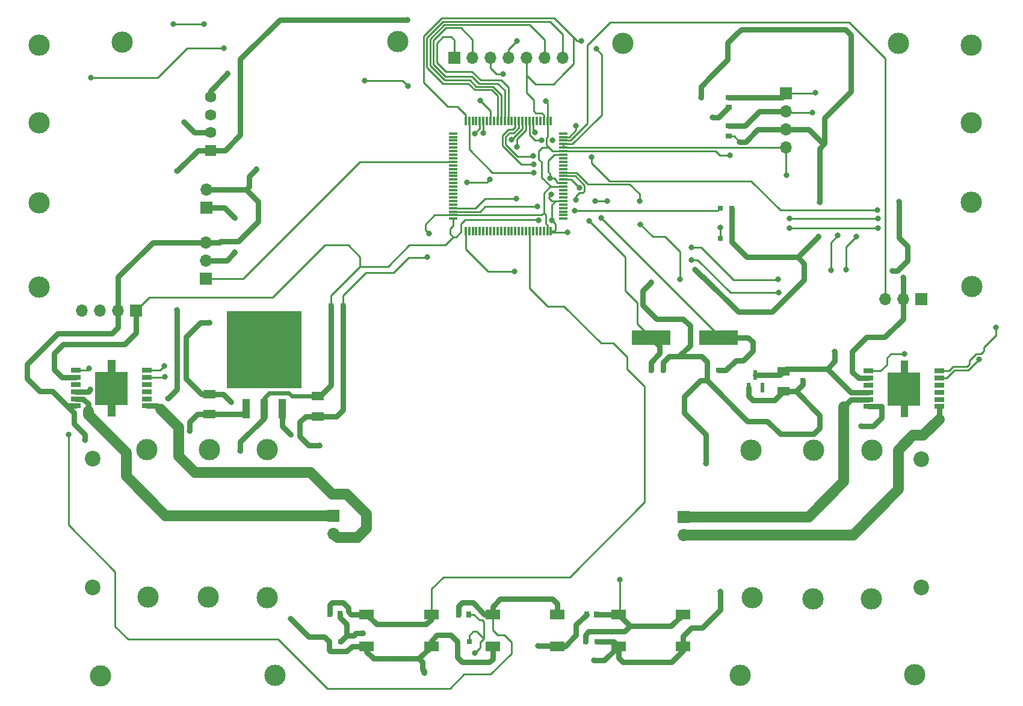
<source format=gbr>
%TF.GenerationSoftware,KiCad,Pcbnew,(5.1.6)-1*%
%TF.CreationDate,2020-09-14T15:10:24-05:00*%
%TF.ProjectId,Follower_Line_PCB_IM,466f6c6c-6f77-4657-925f-4c696e655f50,Iron Makers*%
%TF.SameCoordinates,Original*%
%TF.FileFunction,Copper,L1,Top*%
%TF.FilePolarity,Positive*%
%FSLAX46Y46*%
G04 Gerber Fmt 4.6, Leading zero omitted, Abs format (unit mm)*
G04 Created by KiCad (PCBNEW (5.1.6)-1) date 2020-09-14 15:10:24*
%MOMM*%
%LPD*%
G01*
G04 APERTURE LIST*
%TA.AperFunction,EtchedComponent*%
%ADD10C,0.010000*%
%TD*%
%TA.AperFunction,SMDPad,CuDef*%
%ADD11R,2.108200X1.397000*%
%TD*%
%TA.AperFunction,SMDPad,CuDef*%
%ADD12R,1.350000X0.650000*%
%TD*%
%TA.AperFunction,SMDPad,CuDef*%
%ADD13R,1.200000X0.299999*%
%TD*%
%TA.AperFunction,SMDPad,CuDef*%
%ADD14R,0.299999X1.200000*%
%TD*%
%TA.AperFunction,ComponentPad*%
%ADD15C,2.200000*%
%TD*%
%TA.AperFunction,ComponentPad*%
%ADD16R,1.700000X1.700000*%
%TD*%
%TA.AperFunction,ComponentPad*%
%ADD17O,1.700000X1.700000*%
%TD*%
%TA.AperFunction,SMDPad,CuDef*%
%ADD18R,0.655600X0.800000*%
%TD*%
%TA.AperFunction,SMDPad,CuDef*%
%ADD19R,1.752600X1.219200*%
%TD*%
%TA.AperFunction,SMDPad,CuDef*%
%ADD20R,0.800000X0.655600*%
%TD*%
%TA.AperFunction,ComponentPad*%
%ADD21C,1.590000*%
%TD*%
%TA.AperFunction,ComponentPad*%
%ADD22R,1.590000X1.590000*%
%TD*%
%TA.AperFunction,SMDPad,CuDef*%
%ADD23R,0.711200X0.889000*%
%TD*%
%TA.AperFunction,SMDPad,CuDef*%
%ADD24R,0.889000X0.711200*%
%TD*%
%TA.AperFunction,SMDPad,CuDef*%
%ADD25R,10.464800X10.871200*%
%TD*%
%TA.AperFunction,SMDPad,CuDef*%
%ADD26R,1.016000X2.692400*%
%TD*%
%TA.AperFunction,SMDPad,CuDef*%
%ADD27R,5.500000X2.000000*%
%TD*%
%TA.AperFunction,SMDPad,CuDef*%
%ADD28R,0.558800X1.320800*%
%TD*%
%TA.AperFunction,ViaPad*%
%ADD29C,3.000000*%
%TD*%
%TA.AperFunction,ViaPad*%
%ADD30C,0.800000*%
%TD*%
%TA.AperFunction,Conductor*%
%ADD31C,0.800000*%
%TD*%
%TA.AperFunction,Conductor*%
%ADD32C,0.250000*%
%TD*%
%TA.AperFunction,Conductor*%
%ADD33C,0.600000*%
%TD*%
%TA.AperFunction,Conductor*%
%ADD34C,1.500000*%
%TD*%
G04 APERTURE END LIST*
D10*
%TO.C,DMB1*%
G36*
X190883900Y-101236700D02*
G01*
X195390600Y-101235850D01*
X195409000Y-105784150D01*
X190902300Y-105785000D01*
X190883900Y-101236700D01*
G37*
X190883900Y-101236700D02*
X195390600Y-101235850D01*
X195409000Y-105784150D01*
X190902300Y-105785000D01*
X190883900Y-101236700D01*
G36*
X192735300Y-99547600D02*
G01*
X193685300Y-99547600D01*
X193690400Y-107457200D01*
X192740400Y-107457200D01*
X192735300Y-99547600D01*
G37*
X192735300Y-99547600D02*
X193685300Y-99547600D01*
X193690400Y-107457200D01*
X192740400Y-107457200D01*
X192735300Y-99547600D01*
%TO.C,DMA1*%
G36*
X79363900Y-101146700D02*
G01*
X83870600Y-101145850D01*
X83889000Y-105694150D01*
X79382300Y-105695000D01*
X79363900Y-101146700D01*
G37*
X79363900Y-101146700D02*
X83870600Y-101145850D01*
X83889000Y-105694150D01*
X79382300Y-105695000D01*
X79363900Y-101146700D01*
G36*
X81215300Y-99457600D02*
G01*
X82165300Y-99457600D01*
X82170400Y-107367200D01*
X81220400Y-107367200D01*
X81215300Y-99457600D01*
G37*
X81215300Y-99457600D02*
X82165300Y-99457600D01*
X82170400Y-107367200D01*
X81220400Y-107367200D01*
X81215300Y-99457600D01*
%TD*%
D11*
%TO.P,RESET1,2*%
%TO.N,NRST*%
X162123200Y-135230000D03*
%TO.P,RESET1,4*%
%TO.N,GND*%
X162123200Y-139725800D03*
%TO.P,RESET1,3*%
X153030000Y-139725800D03*
%TO.P,RESET1,1*%
%TO.N,NRST*%
X153030000Y-135230000D03*
%TD*%
%TO.P,BOOT0,2*%
%TO.N,BOOT0*%
X126713200Y-135230000D03*
%TO.P,BOOT0,4*%
%TO.N,VBAT(6)*%
X126713200Y-139725800D03*
%TO.P,BOOT0,3*%
X117620000Y-139725800D03*
%TO.P,BOOT0,1*%
%TO.N,BOOT0*%
X117620000Y-135230000D03*
%TD*%
%TO.P,AM1,2*%
%TO.N,AM*%
X144453200Y-135230000D03*
%TO.P,AM1,4*%
%TO.N,VBAT(6)*%
X144453200Y-139725800D03*
%TO.P,AM1,3*%
X135360000Y-139725800D03*
%TO.P,AM1,1*%
%TO.N,AM*%
X135360000Y-135230000D03*
%TD*%
D12*
%TO.P,DMB1,12*%
%TO.N,PWM_B*%
X198165000Y-101010000D03*
%TO.P,DMB1,11*%
%TO.N,DIS_B*%
X198165000Y-102010000D03*
%TO.P,DMB1,10*%
%TO.N,Net-(DMB1-Pad10)*%
X198165000Y-103010000D03*
%TO.P,DMB1,9*%
%TO.N,Net-(DMB1-Pad9)*%
X198165000Y-104010000D03*
%TO.P,DMB1,8*%
%TO.N,Net-(DMB1-Pad8)*%
X198165000Y-105010000D03*
%TO.P,DMB1,7*%
%TO.N,Net-(DMB1-Pad7)*%
X198165000Y-106010000D03*
%TO.P,DMB1,6*%
%TO.N,GND*%
X188215000Y-106010000D03*
%TO.P,DMB1,5*%
%TO.N,Net-(DMB1-Pad5)*%
X188215000Y-105010000D03*
%TO.P,DMB1,4*%
%TO.N,VIN-12V*%
X188215000Y-104010000D03*
%TO.P,DMB1,3*%
%TO.N,Net-(DMB1-Pad3)*%
X188215000Y-103010000D03*
%TO.P,DMB1,2*%
%TO.N,VBAT(6)*%
X188215000Y-102010000D03*
%TO.P,DMB1,1*%
%TO.N,DIR_B*%
X188215000Y-101010000D03*
%TD*%
%TO.P,DMA1,12*%
%TO.N,PWM_A*%
X86645000Y-100920000D03*
%TO.P,DMA1,11*%
%TO.N,DIS_A*%
X86645000Y-101920000D03*
%TO.P,DMA1,10*%
%TO.N,Net-(DMA1-Pad10)*%
X86645000Y-102920000D03*
%TO.P,DMA1,9*%
%TO.N,Net-(DMA1-Pad9)*%
X86645000Y-103920000D03*
%TO.P,DMA1,8*%
%TO.N,Net-(DMA1-Pad8)*%
X86645000Y-104920000D03*
%TO.P,DMA1,7*%
%TO.N,Net-(DMA1-Pad7)*%
X86645000Y-105920000D03*
%TO.P,DMA1,6*%
%TO.N,GND*%
X76695000Y-105920000D03*
%TO.P,DMA1,5*%
%TO.N,Net-(DMA1-Pad5)*%
X76695000Y-104920000D03*
%TO.P,DMA1,4*%
%TO.N,VIN-12V*%
X76695000Y-103920000D03*
%TO.P,DMA1,3*%
%TO.N,Net-(DMA1-Pad3)*%
X76695000Y-102920000D03*
%TO.P,DMA1,2*%
%TO.N,VBAT(6)*%
X76695000Y-101920000D03*
%TO.P,DMA1,1*%
%TO.N,DIR_A*%
X76695000Y-100920000D03*
%TD*%
D13*
%TO.P,STM32,1*%
%TO.N,Net-(STM32-Pad1)*%
X145280000Y-79590001D03*
%TO.P,STM32,2*%
%TO.N,Net-(STM32-Pad2)*%
X145280000Y-79089999D03*
%TO.P,STM32,3*%
%TO.N,Net-(STM32-Pad3)*%
X145280000Y-78590000D03*
%TO.P,STM32,4*%
%TO.N,Net-(STM32-Pad4)*%
X145280000Y-78089999D03*
%TO.P,STM32,5*%
%TO.N,Net-(STM32-Pad5)*%
X145280000Y-77590000D03*
%TO.P,STM32,6*%
%TO.N,VBAT(6)*%
X145280000Y-77090001D03*
%TO.P,STM32,7*%
%TO.N,Net-(STM32-Pad7)*%
X145280000Y-76589999D03*
%TO.P,STM32,8*%
%TO.N,Net-(STM32-Pad8)*%
X145280000Y-76090000D03*
%TO.P,STM32,9*%
%TO.N,Net-(STM32-Pad9)*%
X145280000Y-75589999D03*
%TO.P,STM32,10*%
%TO.N,GND*%
X145280000Y-75090000D03*
%TO.P,STM32,11*%
%TO.N,VBAT(6)*%
X145280000Y-74590001D03*
%TO.P,STM32,12*%
%TO.N,PH0*%
X145280000Y-74089999D03*
%TO.P,STM32,13*%
%TO.N,PH1*%
X145280000Y-73590001D03*
%TO.P,STM32,14*%
%TO.N,NRST*%
X145280000Y-73090001D03*
%TO.P,STM32,15*%
%TO.N,Net-(STM32-Pad15)*%
X145280000Y-72589999D03*
%TO.P,STM32,16*%
%TO.N,Net-(STM32-Pad16)*%
X145280000Y-72090000D03*
%TO.P,STM32,17*%
%TO.N,Net-(STM32-Pad17)*%
X145280000Y-71589999D03*
%TO.P,STM32,18*%
%TO.N,Net-(STM32-Pad18)*%
X145280000Y-71090000D03*
%TO.P,STM32,19*%
%TO.N,VBAT(6)*%
X145280000Y-70590001D03*
%TO.P,STM32,20*%
%TO.N,GND*%
X145280000Y-70089999D03*
%TO.P,STM32,21*%
%TO.N,VBAT(6)*%
X145280000Y-69590000D03*
%TO.P,STM32,22*%
X145280000Y-69089999D03*
%TO.P,STM32,23*%
%TO.N,IR*%
X145280000Y-68590000D03*
%TO.P,STM32,24*%
%TO.N,OP*%
X145280000Y-68090001D03*
%TO.P,STM32,25*%
%TO.N,Net-(STM32-Pad25)*%
X145280000Y-67589999D03*
D14*
%TO.P,STM32,26*%
%TO.N,Net-(STM32-Pad26)*%
X143530001Y-65840000D03*
%TO.P,STM32,27*%
%TO.N,GND*%
X143029999Y-65840000D03*
%TO.P,STM32,28*%
%TO.N,VBAT(6)*%
X142530000Y-65840000D03*
%TO.P,STM32,29*%
%TO.N,Net-(STM32-Pad29)*%
X142029999Y-65840000D03*
%TO.P,STM32,30*%
%TO.N,Net-(STM32-Pad30)*%
X141530000Y-65840000D03*
%TO.P,STM32,31*%
%TO.N,PWM_A*%
X141030001Y-65840000D03*
%TO.P,STM32,32*%
%TO.N,PWM_B*%
X140529999Y-65840000D03*
%TO.P,STM32,33*%
%TO.N,DIS_A*%
X140030000Y-65840000D03*
%TO.P,STM32,34*%
%TO.N,DIR_A*%
X139529999Y-65840000D03*
%TO.P,STM32,35*%
%TO.N,DIS_B*%
X139030000Y-65840000D03*
%TO.P,STM32,36*%
%TO.N,DIR_B*%
X138530001Y-65840000D03*
%TO.P,STM32,37*%
%TO.N,Net-(STM32-Pad37)*%
X138029999Y-65840000D03*
%TO.P,STM32,38*%
%TO.N,S0*%
X137529999Y-65840000D03*
%TO.P,STM32,39*%
%TO.N,S1*%
X137030001Y-65840000D03*
%TO.P,STM32,40*%
%TO.N,S3*%
X136529999Y-65840000D03*
%TO.P,STM32,41*%
%TO.N,S2*%
X136030000Y-65840000D03*
%TO.P,STM32,42*%
%TO.N,Net-(STM32-Pad42)*%
X135529999Y-65840000D03*
%TO.P,STM32,43*%
%TO.N,AM*%
X135030000Y-65840000D03*
%TO.P,STM32,44*%
%TO.N,Net-(STM32-Pad44)*%
X134530001Y-65840000D03*
%TO.P,STM32,45*%
%TO.N,RDY*%
X134029999Y-65840000D03*
%TO.P,STM32,46*%
%TO.N,GO*%
X133530000Y-65840000D03*
%TO.P,STM32,47*%
%TO.N,Net-(STM32-Pad47)*%
X133029999Y-65840000D03*
%TO.P,STM32,48*%
%TO.N,Net-(STM32-Pad48)*%
X132530000Y-65840000D03*
%TO.P,STM32,49*%
%TO.N,VCAP_1*%
X132030001Y-65840000D03*
%TO.P,STM32,50*%
%TO.N,VBAT(6)*%
X131529999Y-65840000D03*
D13*
%TO.P,STM32,51*%
%TO.N,Net-(STM32-Pad51)*%
X129780000Y-67589999D03*
%TO.P,STM32,52*%
%TO.N,Net-(STM32-Pad52)*%
X129780000Y-68090001D03*
%TO.P,STM32,53*%
%TO.N,Net-(STM32-Pad53)*%
X129780000Y-68590000D03*
%TO.P,STM32,54*%
%TO.N,Net-(STM32-Pad54)*%
X129780000Y-69089999D03*
%TO.P,STM32,55*%
%TO.N,Net-(STM32-Pad55)*%
X129780000Y-69590000D03*
%TO.P,STM32,56*%
%TO.N,Net-(STM32-Pad56)*%
X129780000Y-70089999D03*
%TO.P,STM32,57*%
%TO.N,Net-(STM32-Pad57)*%
X129780000Y-70590001D03*
%TO.P,STM32,58*%
%TO.N,Net-(STM32-Pad58)*%
X129780000Y-71090000D03*
%TO.P,STM32,59*%
%TO.N,PWM_ESC*%
X129780000Y-71589999D03*
%TO.P,STM32,60*%
%TO.N,Net-(STM32-Pad60)*%
X129780000Y-72090000D03*
%TO.P,STM32,61*%
%TO.N,Net-(STM32-Pad61)*%
X129780000Y-72589999D03*
%TO.P,STM32,62*%
%TO.N,Net-(STM32-Pad62)*%
X129780000Y-73090001D03*
%TO.P,STM32,63*%
%TO.N,Net-(STM32-Pad63)*%
X129780000Y-73590001D03*
%TO.P,STM32,64*%
%TO.N,Net-(STM32-Pad64)*%
X129780000Y-74089999D03*
%TO.P,STM32,65*%
%TO.N,Net-(STM32-Pad65)*%
X129780000Y-74590001D03*
%TO.P,STM32,66*%
%TO.N,Net-(STM32-Pad66)*%
X129780000Y-75090000D03*
%TO.P,STM32,67*%
%TO.N,Net-(STM32-Pad67)*%
X129780000Y-75589999D03*
%TO.P,STM32,68*%
%TO.N,Net-(STM32-Pad68)*%
X129780000Y-76090000D03*
%TO.P,STM32,69*%
%TO.N,Net-(STM32-Pad69)*%
X129780000Y-76589999D03*
%TO.P,STM32,70*%
%TO.N,Net-(STM32-Pad70)*%
X129780000Y-77090001D03*
%TO.P,STM32,71*%
%TO.N,Net-(STM32-Pad71)*%
X129780000Y-77590000D03*
%TO.P,STM32,72*%
%TO.N,SWDIO*%
X129780000Y-78089999D03*
%TO.P,STM32,73*%
%TO.N,VCAP_2*%
X129780000Y-78590000D03*
%TO.P,STM32,74*%
%TO.N,GND*%
X129780000Y-79089999D03*
%TO.P,STM32,75*%
%TO.N,VBAT(6)*%
X129780000Y-79590001D03*
D14*
%TO.P,STM32,76*%
%TO.N,SWCLK*%
X131529999Y-81340000D03*
%TO.P,STM32,77*%
%TO.N,Net-(STM32-Pad77)*%
X132030001Y-81340000D03*
%TO.P,STM32,78*%
%TO.N,Net-(STM32-Pad78)*%
X132530000Y-81340000D03*
%TO.P,STM32,79*%
%TO.N,Net-(STM32-Pad79)*%
X133029999Y-81340000D03*
%TO.P,STM32,80*%
%TO.N,Net-(STM32-Pad80)*%
X133530000Y-81340000D03*
%TO.P,STM32,81*%
%TO.N,Net-(STM32-Pad81)*%
X134029999Y-81340000D03*
%TO.P,STM32,82*%
%TO.N,Net-(STM32-Pad82)*%
X134530001Y-81340000D03*
%TO.P,STM32,83*%
%TO.N,Net-(STM32-Pad83)*%
X135030000Y-81340000D03*
%TO.P,STM32,84*%
%TO.N,Net-(STM32-Pad84)*%
X135529999Y-81340000D03*
%TO.P,STM32,85*%
%TO.N,Net-(STM32-Pad85)*%
X136030000Y-81340000D03*
%TO.P,STM32,86*%
%TO.N,Net-(STM32-Pad86)*%
X136529999Y-81340000D03*
%TO.P,STM32,87*%
%TO.N,Net-(STM32-Pad87)*%
X137030001Y-81340000D03*
%TO.P,STM32,88*%
%TO.N,Net-(STM32-Pad88)*%
X137529999Y-81340000D03*
%TO.P,STM32,89*%
%TO.N,Net-(STM32-Pad89)*%
X138029999Y-81340000D03*
%TO.P,STM32,90*%
%TO.N,Net-(STM32-Pad90)*%
X138530001Y-81340000D03*
%TO.P,STM32,91*%
%TO.N,Net-(STM32-Pad91)*%
X139030000Y-81340000D03*
%TO.P,STM32,92*%
%TO.N,Net-(STM32-Pad92)*%
X139529999Y-81340000D03*
%TO.P,STM32,93*%
%TO.N,Net-(STM32-Pad93)*%
X140030000Y-81340000D03*
%TO.P,STM32,94*%
%TO.N,BOOT0*%
X140529999Y-81340000D03*
%TO.P,STM32,95*%
%TO.N,Net-(STM32-Pad95)*%
X141030001Y-81340000D03*
%TO.P,STM32,96*%
%TO.N,Net-(STM32-Pad96)*%
X141530000Y-81340000D03*
%TO.P,STM32,97*%
%TO.N,Net-(STM32-Pad97)*%
X142029999Y-81340000D03*
%TO.P,STM32,98*%
%TO.N,Net-(STM32-Pad98)*%
X142530000Y-81340000D03*
%TO.P,STM32,99*%
%TO.N,GND*%
X143029999Y-81340000D03*
%TO.P,STM32,100*%
%TO.N,VBAT(6)*%
X143530001Y-81340000D03*
%TD*%
D15*
%TO.P,     ,1*%
%TO.N,N/C*%
X195657000Y-131499600D03*
%TO.P,     ,2*%
X195657000Y-113440200D03*
%TD*%
%TO.P,     ,2*%
%TO.N,N/C*%
X79093000Y-131419800D03*
%TO.P,     ,1*%
X79093000Y-113360400D03*
%TD*%
D16*
%TO.P,ADT1,1*%
%TO.N,VT-12V*%
X95030000Y-78060000D03*
D17*
%TO.P,ADT1,2*%
%TO.N,GND*%
X95030000Y-75520000D03*
%TD*%
D18*
%TO.P,C1,1*%
%TO.N,NRST*%
X148392200Y-139090000D03*
%TO.P,C1,2*%
%TO.N,GND*%
X150047800Y-139090000D03*
%TD*%
%TO.P,C2,2*%
%TO.N,GND*%
X113957800Y-139080000D03*
%TO.P,C2,1*%
%TO.N,VBAT(6)*%
X112302200Y-139080000D03*
%TD*%
%TO.P,C3,2*%
%TO.N,GND*%
X159300000Y-100920000D03*
%TO.P,C3,1*%
%TO.N,PH1*%
X157644400Y-100920000D03*
%TD*%
%TO.P,C4,1*%
%TO.N,PH0*%
X167147800Y-100930000D03*
%TO.P,C4,2*%
%TO.N,GND*%
X165492200Y-100930000D03*
%TD*%
%TO.P,C5,2*%
%TO.N,GND*%
X168985200Y-82343800D03*
%TO.P,C5,1*%
%TO.N,VCAP_1*%
X167329600Y-82343800D03*
%TD*%
%TO.P,C6,1*%
%TO.N,VCAP_2*%
X167342800Y-78110800D03*
%TO.P,C6,2*%
%TO.N,GND*%
X168998400Y-78110800D03*
%TD*%
D19*
%TO.P,C7,2*%
%TO.N,GND*%
X95470000Y-107112400D03*
%TO.P,C7,1*%
%TO.N,VIN-7.4V*%
X95470000Y-104267600D03*
%TD*%
%TO.P,C8,1*%
%TO.N,VBAT(6)*%
X110740000Y-104550000D03*
%TO.P,C8,2*%
%TO.N,GND*%
X110740000Y-107394800D03*
%TD*%
D18*
%TO.P,C9,1*%
%TO.N,VBAT(6)*%
X112612200Y-100560000D03*
%TO.P,C9,2*%
%TO.N,GND*%
X114267800Y-100560000D03*
%TD*%
%TO.P,C10,2*%
%TO.N,GND*%
X114267800Y-98270000D03*
%TO.P,C10,1*%
%TO.N,VBAT(6)*%
X112612200Y-98270000D03*
%TD*%
%TO.P,C11,1*%
%TO.N,VBAT(6)*%
X112612200Y-96080000D03*
%TO.P,C11,2*%
%TO.N,GND*%
X114267800Y-96080000D03*
%TD*%
%TO.P,C12,2*%
%TO.N,GND*%
X114267800Y-93860000D03*
%TO.P,C12,1*%
%TO.N,VBAT(6)*%
X112612200Y-93860000D03*
%TD*%
%TO.P,C13,1*%
%TO.N,VBAT(6)*%
X112610000Y-91840000D03*
%TO.P,C13,2*%
%TO.N,GND*%
X114265600Y-91840000D03*
%TD*%
D19*
%TO.P,C14,2*%
%TO.N,GND*%
X176250000Y-103900000D03*
%TO.P,C14,1*%
%TO.N,VIN-12V*%
X176250000Y-101055200D03*
%TD*%
D20*
%TO.P,C15,2*%
%TO.N,GND*%
X178950000Y-102347800D03*
%TO.P,C15,1*%
%TO.N,VIN-12V*%
X178950000Y-100692200D03*
%TD*%
D18*
%TO.P,C16,2*%
%TO.N,GND*%
X132040000Y-139110000D03*
%TO.P,C16,1*%
%TO.N,VBAT(6)*%
X130384400Y-139110000D03*
%TD*%
D16*
%TO.P,CA1,1*%
%TO.N,VBAT(6)*%
X85170000Y-92550000D03*
D17*
%TO.P,CA1,2*%
%TO.N,GND*%
X82630000Y-92550000D03*
%TO.P,CA1,3*%
%TO.N,GO*%
X80090000Y-92550000D03*
%TO.P,CA1,4*%
%TO.N,RDY*%
X77550000Y-92550000D03*
%TD*%
%TO.P,DT1,3*%
%TO.N,GND*%
X94990000Y-82920000D03*
%TO.P,DT1,2*%
%TO.N,VT-12V*%
X94990000Y-85460000D03*
D16*
%TO.P,DT1,1*%
%TO.N,PWM_ESC*%
X94990000Y-88000000D03*
%TD*%
D17*
%TO.P,IR1,3*%
%TO.N,IR*%
X190540000Y-90900000D03*
%TO.P,IR1,2*%
%TO.N,VBAT(6)*%
X193080000Y-90900000D03*
D16*
%TO.P,IR1,1*%
%TO.N,GND*%
X195620000Y-90900000D03*
%TD*%
D21*
%TO.P,LIPO_3S1,4*%
%TO.N,GND*%
X95620000Y-62480000D03*
%TO.P,LIPO_3S1,3*%
%TO.N,VIN-3.7V*%
X95620000Y-64980000D03*
%TO.P,LIPO_3S1,2*%
%TO.N,VIN-7.4V*%
X95620000Y-67480000D03*
D22*
%TO.P,LIPO_3S1,1*%
%TO.N,VIN-12V*%
X95620000Y-69980000D03*
%TD*%
D17*
%TO.P,MA1,2*%
%TO.N,Net-(DMA1-Pad7)*%
X112930000Y-123890000D03*
D16*
%TO.P,MA1,1*%
%TO.N,Net-(DMA1-Pad5)*%
X112930000Y-121350000D03*
%TD*%
%TO.P,MB1,1*%
%TO.N,Net-(DMB1-Pad5)*%
X162220000Y-121520000D03*
D17*
%TO.P,MB1,2*%
%TO.N,Net-(DMB1-Pad7)*%
X162220000Y-124060000D03*
%TD*%
D23*
%TO.P,R1,1*%
%TO.N,VBAT(6)*%
X148533000Y-135230000D03*
%TO.P,R1,2*%
%TO.N,NRST*%
X149930000Y-135230000D03*
%TD*%
%TO.P,R2,1*%
%TO.N,BOOT0*%
X112461500Y-135220000D03*
%TO.P,R2,2*%
%TO.N,GND*%
X113858500Y-135220000D03*
%TD*%
D24*
%TO.P,R3,2*%
%TO.N,GND*%
X168550000Y-67958500D03*
%TO.P,R3,1*%
%TO.N,SWDIO*%
X168550000Y-66561500D03*
%TD*%
%TO.P,R4,2*%
%TO.N,GND*%
X168572400Y-63916600D03*
%TO.P,R4,1*%
%TO.N,SWCLK*%
X168572400Y-62519600D03*
%TD*%
D23*
%TO.P,R5,2*%
%TO.N,GND*%
X131950000Y-135230000D03*
%TO.P,R5,1*%
%TO.N,AM*%
X130553000Y-135230000D03*
%TD*%
D25*
%TO.P,RV-3.3V1,4*%
%TO.N,N/C*%
X103180000Y-98020000D03*
D26*
%TO.P,RV-3.3V1,3*%
%TO.N,VIN-7.4V*%
X105720000Y-106300400D03*
%TO.P,RV-3.3V1,2*%
%TO.N,VBAT(6)*%
X103180000Y-106300400D03*
%TO.P,RV-3.3V1,1*%
%TO.N,GND*%
X100640000Y-106300400D03*
%TD*%
D17*
%TO.P,S1,7*%
%TO.N,S2*%
X145170000Y-56930000D03*
%TO.P,S1,6*%
%TO.N,S3*%
X142630000Y-56930000D03*
%TO.P,S1,5*%
%TO.N,VBAT(6)*%
X140090000Y-56930000D03*
%TO.P,S1,4*%
%TO.N,OP*%
X137550000Y-56930000D03*
%TO.P,S1,3*%
%TO.N,GND*%
X135010000Y-56930000D03*
%TO.P,S1,2*%
%TO.N,S1*%
X132470000Y-56930000D03*
D16*
%TO.P,S1,1*%
%TO.N,S0*%
X129930000Y-56930000D03*
%TD*%
%TO.P,ST-LINKV2,1*%
%TO.N,SWCLK*%
X176600000Y-61980000D03*
D17*
%TO.P,ST-LINKV2,2*%
%TO.N,SWDIO*%
X176600000Y-64520000D03*
%TO.P,ST-LINKV2,3*%
%TO.N,GND*%
X176600000Y-67060000D03*
%TO.P,ST-LINKV2,4*%
%TO.N,VBAT(6)*%
X176600000Y-69600000D03*
%TD*%
D27*
%TO.P,Y1,2*%
%TO.N,PH0*%
X167140000Y-96330000D03*
%TO.P,Y1,1*%
%TO.N,PH1*%
X157640000Y-96330000D03*
%TD*%
D28*
%TO.P,Z1,3*%
%TO.N,VIN-12V*%
X172310000Y-101582750D03*
%TO.P,Z1,2*%
%TO.N,Net-(Z1-Pad2)*%
X173262500Y-103375200D03*
%TO.P,Z1,1*%
%TO.N,GND*%
X171357500Y-103375200D03*
%TD*%
D29*
%TO.N,*%
X95350000Y-132810000D03*
X103600000Y-132860000D03*
X86830000Y-132800000D03*
X86640000Y-112030000D03*
X95470000Y-112070000D03*
X103620000Y-112030000D03*
X180420000Y-133040000D03*
X188620000Y-133110000D03*
X171700000Y-112140000D03*
X171890000Y-132910000D03*
X188680000Y-112140000D03*
X180530000Y-112180000D03*
X80190000Y-143880000D03*
X104700000Y-143790000D03*
X170170000Y-143830000D03*
X194680000Y-143740000D03*
X121990000Y-54690000D03*
X83230000Y-54720000D03*
X192440000Y-54930000D03*
X153680000Y-54960000D03*
X202700000Y-55140000D03*
X202710000Y-66060000D03*
X202710000Y-77300000D03*
X202720000Y-89150000D03*
X71500000Y-66090000D03*
X71490000Y-55170000D03*
X71510000Y-89180000D03*
X71500000Y-77330000D03*
D30*
%TO.N,VT-12V*%
X99060000Y-84328000D03*
X99060000Y-79502000D03*
%TO.N,GND*%
X165354000Y-114046000D03*
X167386000Y-132080000D03*
X77978000Y-110744000D03*
X98044000Y-59182000D03*
X102108000Y-72644000D03*
X92710000Y-109474000D03*
X110998000Y-111506000D03*
X132842000Y-140716000D03*
X149606000Y-141732000D03*
X117094000Y-137922000D03*
X126130000Y-84960000D03*
X126400000Y-81680000D03*
X157660000Y-88530000D03*
X163830000Y-86720000D03*
X181160000Y-82090000D03*
X181300000Y-77260000D03*
X181340000Y-109040000D03*
X187160000Y-108810000D03*
X190070000Y-106020000D03*
X166250000Y-65350000D03*
X164630000Y-62510000D03*
X168740000Y-70690000D03*
X170120000Y-68770000D03*
X142830000Y-63070000D03*
X136780000Y-59250000D03*
%TO.N,AM*%
X75692000Y-109982000D03*
X117348000Y-60198000D03*
X123444000Y-60960000D03*
X133604000Y-62992000D03*
X78830000Y-59780000D03*
X97540000Y-55640000D03*
%TO.N,VBAT(6)*%
X99822000Y-112268000D03*
X106934000Y-135890000D03*
X125730000Y-143510000D03*
X141732000Y-139700000D03*
X193080000Y-87870000D03*
X147790000Y-54580000D03*
X149910000Y-55710000D03*
X143550000Y-76200000D03*
X143390000Y-73860000D03*
X143690000Y-79820000D03*
X141810000Y-79820000D03*
X145850000Y-81500000D03*
X176680000Y-73490000D03*
%TO.N,NRST*%
X155990000Y-77110000D03*
X156120000Y-80370000D03*
X161680000Y-88100000D03*
X153200000Y-130400000D03*
%TO.N,PH1*%
X148890000Y-79900000D03*
X147020000Y-76940000D03*
%TO.N,PH0*%
X150610000Y-79490000D03*
X147530000Y-75220000D03*
%TO.N,VCAP_1*%
X167330000Y-80870000D03*
X149780000Y-77080000D03*
X151440000Y-77080000D03*
X141130000Y-73150000D03*
%TO.N,VCAP_2*%
X141600000Y-77880000D03*
X146920000Y-78480000D03*
%TO.N,VIN-7.4V*%
X91948000Y-66040000D03*
X95504000Y-94234000D03*
X98552000Y-105410000D03*
X106934000Y-109982000D03*
%TO.N,VIN-12V*%
X90932000Y-92456000D03*
X90932000Y-72898000D03*
X89662000Y-104902000D03*
X78740000Y-103632000D03*
X191560000Y-86900000D03*
X183450000Y-98240000D03*
X192530000Y-77180000D03*
X123370000Y-51600000D03*
%TO.N,GO*%
X132830000Y-67590000D03*
%TO.N,RDY*%
X94760000Y-52200000D03*
X134050000Y-67570000D03*
X90430000Y-52250000D03*
%TO.N,DIR_A*%
X78530000Y-100650000D03*
X137960000Y-68480000D03*
%TO.N,DIS_A*%
X89180000Y-101830000D03*
X131710000Y-74520000D03*
X134950000Y-74070000D03*
X138770000Y-69460000D03*
%TO.N,PWM_A*%
X89150000Y-100330000D03*
X141290000Y-67470000D03*
%TO.N,PWM_B*%
X206110000Y-94880000D03*
X189480000Y-78400000D03*
X142200000Y-68550000D03*
X149290000Y-70950000D03*
X143750000Y-68520000D03*
%TO.N,DIS_B*%
X141040000Y-70780000D03*
X177080000Y-79590000D03*
X189510000Y-79520000D03*
X203760000Y-99350000D03*
%TO.N,DIR_B*%
X141090000Y-71910000D03*
X193260000Y-98620000D03*
X177080000Y-80910000D03*
X189510000Y-80900000D03*
%TO.N,SWDIO*%
X180360000Y-64660000D03*
X183910000Y-81970000D03*
X182950000Y-86800000D03*
X175530000Y-88120000D03*
X163290000Y-83610000D03*
X138670000Y-76770000D03*
%TO.N,SWCLK*%
X180780000Y-61890000D03*
X138390000Y-87020000D03*
X163300000Y-85360000D03*
X175580000Y-90000000D03*
X185080000Y-86750000D03*
X186520000Y-82100000D03*
%TO.N,OP*%
X138740000Y-54590000D03*
X147070000Y-66500000D03*
%TD*%
D31*
%TO.N,VT-12V*%
X97928000Y-85460000D02*
X99060000Y-84328000D01*
X94990000Y-85460000D02*
X97928000Y-85460000D01*
X97618000Y-78060000D02*
X99060000Y-79502000D01*
X95030000Y-78060000D02*
X97618000Y-78060000D01*
D32*
%TO.N,GND*%
X144170000Y-75090000D02*
X144000000Y-75090000D01*
X136780000Y-59250000D02*
X135870000Y-59250000D01*
X135010000Y-58390000D02*
X135010000Y-56930000D01*
X135870000Y-59250000D02*
X135010000Y-58390000D01*
X145280000Y-70089999D02*
X166700011Y-70089999D01*
X169308500Y-67958500D02*
X170120000Y-68770000D01*
X168550000Y-67958500D02*
X169308500Y-67958500D01*
X167300012Y-70690000D02*
X166700011Y-70089999D01*
X168740000Y-70690000D02*
X167300012Y-70690000D01*
X142830000Y-63070000D02*
X143030000Y-63270000D01*
X143029999Y-64990000D02*
X143029999Y-65840000D01*
X143030000Y-63270000D02*
X143029999Y-64990000D01*
X142530000Y-78809998D02*
X142530000Y-75970000D01*
X142530000Y-75970000D02*
X143410000Y-75090000D01*
X145280000Y-75090000D02*
X144590000Y-75090000D01*
X144590000Y-75090000D02*
X144170000Y-75090000D01*
X143410000Y-75090000D02*
X143700000Y-75090000D01*
X143630000Y-75090000D02*
X143700000Y-75090000D01*
X145280000Y-70089999D02*
X143753001Y-70089999D01*
X143753001Y-70089999D02*
X143218001Y-69554999D01*
X142925001Y-69261999D02*
X143218001Y-69554999D01*
X142925001Y-68201999D02*
X142925001Y-69261999D01*
X143029999Y-68097001D02*
X142925001Y-68201999D01*
X143029999Y-65840000D02*
X143029999Y-68097001D01*
X143546998Y-75090000D02*
X144140000Y-75090000D01*
X142250000Y-73793002D02*
X143546998Y-75090000D01*
X142250000Y-71660000D02*
X142250000Y-73793002D01*
X141780000Y-71190000D02*
X142250000Y-71660000D01*
X144140000Y-75090000D02*
X144590000Y-75090000D01*
X143218001Y-69554999D02*
X142315001Y-69554999D01*
X143700000Y-75090000D02*
X144140000Y-75090000D01*
X142315001Y-69554999D02*
X141780000Y-70090000D01*
X141780000Y-70090000D02*
X141780000Y-71190000D01*
X129780000Y-79089999D02*
X142249999Y-79089999D01*
X142530000Y-78809998D02*
X142339999Y-78999999D01*
X142339999Y-78999999D02*
X142249999Y-79089999D01*
X142810000Y-80284998D02*
X142810000Y-79089998D01*
X143029999Y-81340000D02*
X143029999Y-80504997D01*
X142810000Y-79089998D02*
X142530000Y-78809998D01*
X143029999Y-80504997D02*
X142810000Y-80284998D01*
D31*
X176600000Y-67060000D02*
X172600000Y-67060000D01*
X170890000Y-68770000D02*
X170120000Y-68770000D01*
X172600000Y-67060000D02*
X170890000Y-68770000D01*
X164630000Y-62510000D02*
X164630000Y-61010000D01*
X167139000Y-65350000D02*
X168572400Y-63916600D01*
X166250000Y-65350000D02*
X167139000Y-65350000D01*
X168998400Y-82330600D02*
X168985200Y-82343800D01*
X168998400Y-78110800D02*
X168998400Y-82330600D01*
X190060000Y-106010000D02*
X190070000Y-106020000D01*
X188215000Y-106010000D02*
X190060000Y-106010000D01*
X176250000Y-103900000D02*
X178020000Y-103900000D01*
X181340000Y-107220000D02*
X181340000Y-109040000D01*
X178020000Y-103900000D02*
X181340000Y-107220000D01*
X178950000Y-102970000D02*
X178020000Y-103900000D01*
X178950000Y-102347800D02*
X178950000Y-102970000D01*
X176250000Y-103900000D02*
X175030000Y-105120000D01*
X175030000Y-105120000D02*
X171920000Y-105120000D01*
X171357500Y-104557500D02*
X171357500Y-103375200D01*
X171920000Y-105120000D02*
X171357500Y-104557500D01*
X165482200Y-100920000D02*
X165492200Y-100930000D01*
X165492200Y-100930000D02*
X165492200Y-102372200D01*
X165492200Y-102372200D02*
X171200000Y-108080000D01*
X171200000Y-108080000D02*
X174010000Y-108080000D01*
X180500000Y-109880000D02*
X181340000Y-109040000D01*
X175810000Y-109880000D02*
X180500000Y-109880000D01*
X159300000Y-100920000D02*
X159300000Y-99800000D01*
X159300000Y-99800000D02*
X160150000Y-98950000D01*
X160150000Y-98950000D02*
X164720000Y-98950000D01*
X165492200Y-99722200D02*
X165492200Y-100930000D01*
X164720000Y-98950000D02*
X165492200Y-99722200D01*
X168985200Y-82343800D02*
X168985200Y-82855200D01*
X168985200Y-82855200D02*
X171120000Y-84990000D01*
X178260000Y-84990000D02*
X181160000Y-82090000D01*
X171120000Y-84990000D02*
X178260000Y-84990000D01*
X161560000Y-98950000D02*
X160150000Y-98950000D01*
X163110000Y-97400000D02*
X161560000Y-98950000D01*
X163110000Y-94650000D02*
X163110000Y-97400000D01*
X156460000Y-89730000D02*
X156460000Y-91770000D01*
X156460000Y-91770000D02*
X158360000Y-93670000D01*
X162130000Y-93670000D02*
X163110000Y-94650000D01*
X157660000Y-88530000D02*
X156460000Y-89730000D01*
X158360000Y-93670000D02*
X162130000Y-93670000D01*
X168410000Y-57230000D02*
X166225000Y-59415000D01*
X168410000Y-54870000D02*
X168410000Y-57230000D01*
X169680000Y-53600000D02*
X168410000Y-54870000D01*
X181300000Y-69750000D02*
X182050000Y-69000000D01*
X182050000Y-69000000D02*
X182050000Y-65450000D01*
X181300000Y-77260000D02*
X181300000Y-69750000D01*
X166225000Y-59415000D02*
X166540000Y-59100000D01*
X164630000Y-61010000D02*
X166225000Y-59415000D01*
X182050000Y-65450000D02*
X185770000Y-61730000D01*
X185770000Y-61730000D02*
X185770000Y-53750000D01*
X185770000Y-53750000D02*
X184980000Y-52960000D01*
X184980000Y-52960000D02*
X170330000Y-52960000D01*
X170330000Y-52960000D02*
X169690000Y-53600000D01*
X169690000Y-53600000D02*
X169680000Y-53600000D01*
X178750000Y-67060000D02*
X176600000Y-67060000D01*
X182050000Y-69000000D02*
X181760000Y-69000000D01*
X181760000Y-69000000D02*
X179820000Y-67060000D01*
X178750000Y-67060000D02*
X178880000Y-67060000D01*
X179820000Y-67060000D02*
X178880000Y-67060000D01*
X164760000Y-87650000D02*
X165300000Y-88190000D01*
X163830000Y-86720000D02*
X164760000Y-87650000D01*
X179150000Y-85880000D02*
X178260000Y-84990000D01*
X164840000Y-87650000D02*
X169910000Y-92720000D01*
X164760000Y-87650000D02*
X164840000Y-87650000D01*
X179150000Y-88200000D02*
X179150000Y-85880000D01*
X169910000Y-92720000D02*
X174630000Y-92720000D01*
X174630000Y-92720000D02*
X179150000Y-88200000D01*
D32*
X114265600Y-91840000D02*
X114265600Y-90364400D01*
X114265600Y-90364400D02*
X117470000Y-87160000D01*
X117470000Y-87160000D02*
X121430000Y-87160000D01*
X121430000Y-87160000D02*
X123490000Y-85100000D01*
X125990000Y-85100000D02*
X126130000Y-84960000D01*
X123490000Y-85100000D02*
X125990000Y-85100000D01*
X126400000Y-81680000D02*
X125880000Y-81160000D01*
X125880000Y-81160000D02*
X125880000Y-80380000D01*
X127170001Y-79089999D02*
X129780000Y-79089999D01*
X125880000Y-80380000D02*
X127170001Y-79089999D01*
D31*
X162123200Y-139725800D02*
X162123200Y-140390800D01*
X162123200Y-140390800D02*
X160528000Y-141986000D01*
X160528000Y-141986000D02*
X153670000Y-141986000D01*
X153030000Y-141346000D02*
X153030000Y-139725800D01*
X153670000Y-141986000D02*
X153030000Y-141346000D01*
X152394200Y-139090000D02*
X153030000Y-139725800D01*
X150047800Y-139090000D02*
X152394200Y-139090000D01*
X114808000Y-136652000D02*
X113858500Y-135702500D01*
X113858500Y-135220000D02*
X113858500Y-135702500D01*
X114808000Y-136652000D02*
X114808000Y-138229800D01*
X114808000Y-138229800D02*
X113957800Y-139080000D01*
X114808000Y-138229800D02*
X115770200Y-138229800D01*
X116078000Y-137922000D02*
X117094000Y-137922000D01*
X115770200Y-138229800D02*
X116078000Y-137922000D01*
X151023800Y-141732000D02*
X153030000Y-139725800D01*
X149606000Y-141732000D02*
X151023800Y-141732000D01*
D32*
X132690000Y-135230000D02*
X131950000Y-135230000D01*
X133350000Y-135890000D02*
X132690000Y-135230000D01*
X133459501Y-135999501D02*
X133350000Y-135890000D01*
X133858000Y-135999501D02*
X133459501Y-135999501D01*
X133604000Y-139954000D02*
X133604000Y-139192000D01*
X134112000Y-138684000D02*
X134112000Y-136253501D01*
X132842000Y-140716000D02*
X133604000Y-139954000D01*
X133604000Y-139192000D02*
X134112000Y-138684000D01*
X134112000Y-136253501D02*
X133858000Y-135999501D01*
X132040000Y-139110000D02*
X132040000Y-138216000D01*
X132040000Y-138216000D02*
X132588000Y-137668000D01*
X132588000Y-137668000D02*
X133096000Y-137668000D01*
X133096000Y-137668000D02*
X134112000Y-138684000D01*
D31*
X187160000Y-108810000D02*
X188878000Y-108810000D01*
X190070000Y-107618000D02*
X190070000Y-106020000D01*
X188878000Y-108810000D02*
X190070000Y-107618000D01*
X114265600Y-93857800D02*
X114267800Y-93860000D01*
X114265600Y-91840000D02*
X114265600Y-93857800D01*
X114267800Y-93860000D02*
X114267800Y-96080000D01*
X114267800Y-96080000D02*
X114267800Y-98270000D01*
X114267800Y-98270000D02*
X114267800Y-100560000D01*
X110740000Y-107394800D02*
X113331200Y-107394800D01*
X114267800Y-106458200D02*
X114267800Y-100560000D01*
X113331200Y-107394800D02*
X114267800Y-106458200D01*
X110740000Y-107394800D02*
X109013200Y-107394800D01*
X109013200Y-107394800D02*
X108204000Y-108204000D01*
X108204000Y-108204000D02*
X108204000Y-110236000D01*
X109474000Y-111506000D02*
X110998000Y-111506000D01*
X108204000Y-110236000D02*
X109474000Y-111506000D01*
X100640000Y-106300400D02*
X100640000Y-106624000D01*
X100151600Y-107112400D02*
X95470000Y-107112400D01*
X100640000Y-106624000D02*
X100151600Y-107112400D01*
X95470000Y-107112400D02*
X93801600Y-107112400D01*
X92710000Y-108204000D02*
X92710000Y-109474000D01*
X93801600Y-107112400D02*
X92710000Y-108204000D01*
X82630000Y-92550000D02*
X82630000Y-87804000D01*
X87514000Y-82920000D02*
X94990000Y-82920000D01*
X82630000Y-87804000D02*
X87514000Y-82920000D01*
X94990000Y-82920000D02*
X96912000Y-82920000D01*
X96912000Y-82920000D02*
X97028000Y-82804000D01*
X97028000Y-82804000D02*
X99568000Y-82804000D01*
X99568000Y-82804000D02*
X102362000Y-80010000D01*
X102362000Y-80010000D02*
X102362000Y-77216000D01*
X100666000Y-75520000D02*
X95030000Y-75520000D01*
X102362000Y-77216000D02*
X100666000Y-75520000D01*
X95620000Y-61606000D02*
X98044000Y-59182000D01*
X95620000Y-62480000D02*
X95620000Y-61606000D01*
X102108000Y-72644000D02*
X101092000Y-73660000D01*
X101092000Y-75094000D02*
X100666000Y-75520000D01*
X101092000Y-73660000D02*
X101092000Y-75094000D01*
X162123200Y-139725800D02*
X162123200Y-138358800D01*
X162123200Y-138358800D02*
X163322000Y-137160000D01*
X163322000Y-137160000D02*
X164846000Y-137160000D01*
X167386000Y-134620000D02*
X167386000Y-132080000D01*
X164846000Y-137160000D02*
X167386000Y-134620000D01*
X174010000Y-108080000D02*
X175810000Y-109880000D01*
X162306000Y-104648000D02*
X164581800Y-102372200D01*
X162306000Y-106934000D02*
X162306000Y-104648000D01*
X165354000Y-114046000D02*
X165354000Y-109982000D01*
X164581800Y-102372200D02*
X165492200Y-102372200D01*
X165354000Y-109982000D02*
X162306000Y-106934000D01*
X82630000Y-92550000D02*
X82630000Y-94916000D01*
X82630000Y-94916000D02*
X81788000Y-95758000D01*
X81788000Y-95758000D02*
X74168000Y-95758000D01*
X74168000Y-95758000D02*
X69850000Y-100076000D01*
X69850000Y-102108000D02*
X71628000Y-103886000D01*
X69850000Y-100076000D02*
X69850000Y-102108000D01*
X71628000Y-103886000D02*
X73406000Y-103886000D01*
X75440000Y-105920000D02*
X76695000Y-105920000D01*
X73406000Y-103886000D02*
X75440000Y-105920000D01*
X77978000Y-109982000D02*
X77978000Y-110744000D01*
X76454000Y-108458000D02*
X77978000Y-109982000D01*
X75440000Y-105920000D02*
X76454000Y-106934000D01*
X76454000Y-106934000D02*
X76454000Y-108458000D01*
D32*
%TO.N,AM*%
X78830000Y-59780000D02*
X88180000Y-59780000D01*
X92320000Y-55640000D02*
X97540000Y-55640000D01*
X88180000Y-59780000D02*
X92320000Y-55640000D01*
X122682000Y-60198000D02*
X123444000Y-60960000D01*
X117348000Y-60198000D02*
X122682000Y-60198000D01*
X135030000Y-64418000D02*
X135030000Y-65840000D01*
X133604000Y-62992000D02*
X135030000Y-64418000D01*
D31*
X135360000Y-135230000D02*
X135360000Y-134134000D01*
X135360000Y-134134000D02*
X136398000Y-133096000D01*
X136398000Y-133096000D02*
X143764000Y-133096000D01*
X144453200Y-133785200D02*
X144453200Y-135230000D01*
X143764000Y-133096000D02*
X144453200Y-133785200D01*
X130553000Y-135230000D02*
X130553000Y-134115000D01*
X130553000Y-134115000D02*
X131064000Y-133604000D01*
X131064000Y-133604000D02*
X132588000Y-133604000D01*
X134214000Y-135230000D02*
X135360000Y-135230000D01*
X132588000Y-133604000D02*
X134214000Y-135230000D01*
D32*
X135360000Y-137490000D02*
X135360000Y-135230000D01*
X137010000Y-138190000D02*
X136060000Y-138190000D01*
X135050000Y-143690000D02*
X137980000Y-140760000D01*
X137980000Y-139160000D02*
X137010000Y-138190000D01*
X75692000Y-122682000D02*
X82230000Y-129220000D01*
X82230000Y-136940000D02*
X84070000Y-138780000D01*
X84070000Y-138780000D02*
X105170000Y-138780000D01*
X137980000Y-140760000D02*
X137980000Y-139160000D01*
X105170000Y-138780000D02*
X112040000Y-145650000D01*
X112040000Y-145650000D02*
X129350000Y-145650000D01*
X136060000Y-138190000D02*
X135360000Y-137490000D01*
X82230000Y-129220000D02*
X82230000Y-136940000D01*
X129350000Y-145650000D02*
X131310000Y-143690000D01*
X131310000Y-143690000D02*
X135050000Y-143690000D01*
X75692000Y-109982000D02*
X75692000Y-112268000D01*
X75692000Y-111956998D02*
X75692000Y-112268000D01*
X75692000Y-112268000D02*
X75692000Y-122682000D01*
%TO.N,VBAT(6)*%
X143690000Y-79820000D02*
X144190000Y-80320000D01*
X144190000Y-80320000D02*
X144190000Y-81130000D01*
X143980000Y-81340000D02*
X143530001Y-81340000D01*
X144190000Y-81130000D02*
X143980000Y-81340000D01*
X143700000Y-78210009D02*
X143700000Y-77620000D01*
X144229999Y-77090001D02*
X145280000Y-77090001D01*
X143690000Y-79820000D02*
X143690000Y-78220009D01*
X143690000Y-78220009D02*
X143700000Y-78210009D01*
X142530000Y-65300000D02*
X142530000Y-65840000D01*
X142505000Y-65275000D02*
X142530000Y-65300000D01*
X145280000Y-69590000D02*
X145280000Y-69089999D01*
X140100000Y-61870000D02*
X140090000Y-61870000D01*
X141090000Y-62860000D02*
X140100000Y-61870000D01*
X142530000Y-65004999D02*
X142235001Y-64710000D01*
X142530000Y-65840000D02*
X142530000Y-65004999D01*
X142235001Y-64710000D02*
X141380000Y-64710000D01*
X141380000Y-64710000D02*
X141090000Y-64420000D01*
X141090000Y-64420000D02*
X141090000Y-62860000D01*
X140090000Y-56930000D02*
X140090000Y-59370000D01*
X176590000Y-69590000D02*
X176600000Y-69600000D01*
X145280000Y-69590000D02*
X176590000Y-69590000D01*
X143700000Y-77620000D02*
X144229999Y-77090001D01*
X145280000Y-77090001D02*
X143640001Y-77090001D01*
X143640001Y-77090001D02*
X143220000Y-76670000D01*
X143220000Y-76530000D02*
X143550000Y-76200000D01*
X143220000Y-76670000D02*
X143220000Y-76530000D01*
X143390000Y-73860000D02*
X143960000Y-73860000D01*
X143960000Y-73860000D02*
X144260000Y-74160000D01*
X144520001Y-74590001D02*
X145280000Y-74590001D01*
X144260000Y-74330000D02*
X144520001Y-74590001D01*
X144260000Y-74160000D02*
X144260000Y-74330000D01*
X131529999Y-65840000D02*
X131530000Y-64989999D01*
X125619990Y-60386400D02*
X125619990Y-53910010D01*
X129023600Y-63790010D02*
X125619990Y-60386400D01*
X130330008Y-63790009D02*
X129023600Y-63790010D01*
X131529999Y-65840000D02*
X131529999Y-64990000D01*
X131529999Y-64990000D02*
X130330008Y-63790009D01*
X128130010Y-51399990D02*
X143999990Y-51399990D01*
X125619990Y-53910010D02*
X128130010Y-51399990D01*
X146710000Y-55520000D02*
X146700000Y-55530000D01*
X146710000Y-54110000D02*
X146710000Y-55520000D01*
X146700000Y-55530000D02*
X146700000Y-57830000D01*
X140100000Y-60220000D02*
X140090000Y-60210000D01*
X140090000Y-59370000D02*
X140090000Y-60210000D01*
X140100000Y-61870000D02*
X140100000Y-60220000D01*
X140090000Y-60210000D02*
X140090000Y-60500000D01*
X143989999Y-70590001D02*
X145280000Y-70590001D01*
X143120000Y-71460000D02*
X143989999Y-70590001D01*
X143120000Y-72990000D02*
X143120000Y-71460000D01*
X143390000Y-73860000D02*
X143390000Y-73260000D01*
X143390000Y-73260000D02*
X143120000Y-72990000D01*
X145280000Y-69089999D02*
X146570001Y-69089999D01*
X147180000Y-54580000D02*
X146620000Y-54020000D01*
X147790000Y-54580000D02*
X147180000Y-54580000D01*
X143999990Y-51399990D02*
X146620000Y-54020000D01*
X146620000Y-54020000D02*
X146710000Y-54110000D01*
X149910000Y-55710000D02*
X150700000Y-56500000D01*
X150700000Y-56500000D02*
X150700000Y-64960000D01*
X146570001Y-69089999D02*
X150185000Y-65475000D01*
X150700000Y-64960000D02*
X150185000Y-65475000D01*
X150185000Y-65475000D02*
X150300000Y-65360000D01*
X141370000Y-60650000D02*
X143880000Y-60650000D01*
X140090000Y-59370000D02*
X141370000Y-60650000D01*
X143880000Y-60650000D02*
X145355000Y-59175000D01*
X146700000Y-57830000D02*
X145355000Y-59175000D01*
X145355000Y-59175000D02*
X145210000Y-59320000D01*
X176600000Y-73410000D02*
X176680000Y-73490000D01*
X176600000Y-69600000D02*
X176600000Y-73410000D01*
X143690001Y-81500000D02*
X143530001Y-81340000D01*
X145850000Y-81500000D02*
X143690001Y-81500000D01*
D31*
X193080000Y-90900000D02*
X193080000Y-87870000D01*
X188215000Y-102010000D02*
X186820000Y-102010000D01*
X186820000Y-102010000D02*
X185950000Y-101140000D01*
X185950000Y-101140000D02*
X185950000Y-98280000D01*
X185950000Y-98280000D02*
X187970000Y-96260000D01*
X187970000Y-96260000D02*
X190510000Y-96260000D01*
X193080000Y-93690000D02*
X193080000Y-90900000D01*
X190510000Y-96260000D02*
X193080000Y-93690000D01*
D32*
X112610000Y-91840000D02*
X112610000Y-90380000D01*
X112610000Y-90380000D02*
X116690000Y-86300000D01*
X116690000Y-86300000D02*
X120620000Y-86300000D01*
X120620000Y-86300000D02*
X123620000Y-83300000D01*
X123620000Y-83300000D02*
X128640000Y-83300000D01*
X128640000Y-83300000D02*
X129780000Y-82160000D01*
X129780000Y-82160000D02*
X130160000Y-82160000D01*
X130160000Y-82160000D02*
X130900000Y-81420000D01*
X129780000Y-82160000D02*
X129780000Y-82140000D01*
X129780000Y-82140000D02*
X129390000Y-81750000D01*
X129390000Y-81750000D02*
X129390000Y-80980000D01*
X129780000Y-80590000D02*
X129780000Y-79590001D01*
X129390000Y-80980000D02*
X129780000Y-80590000D01*
X130900000Y-81420000D02*
X130900000Y-80300000D01*
X130900000Y-80300000D02*
X131460000Y-79740000D01*
X141730000Y-79740000D02*
X141810000Y-79820000D01*
X131460000Y-79740000D02*
X141730000Y-79740000D01*
D31*
X144453200Y-139725800D02*
X145516200Y-139725800D01*
X145516200Y-139725800D02*
X147066000Y-138176000D01*
X147066000Y-136697000D02*
X148533000Y-135230000D01*
X147066000Y-138176000D02*
X147066000Y-136697000D01*
X130384400Y-139110000D02*
X130384400Y-141306400D01*
X130384400Y-141306400D02*
X131064000Y-141986000D01*
X131064000Y-141986000D02*
X134874000Y-141986000D01*
X135360000Y-141500000D02*
X135360000Y-139725800D01*
X134874000Y-141986000D02*
X135360000Y-141500000D01*
X117620000Y-139725800D02*
X117620000Y-140480000D01*
X117620000Y-140480000D02*
X118618000Y-141478000D01*
X124961000Y-141478000D02*
X126713200Y-139725800D01*
X118618000Y-141478000D02*
X124961000Y-141478000D01*
X126713200Y-139725800D02*
X126713200Y-138970800D01*
X126713200Y-138970800D02*
X127508000Y-138176000D01*
X129450400Y-138176000D02*
X130384400Y-139110000D01*
X127508000Y-138176000D02*
X129450400Y-138176000D01*
X112302200Y-139080000D02*
X112302200Y-140242200D01*
X112302200Y-140242200D02*
X112522000Y-140462000D01*
X112522000Y-140462000D02*
X114808000Y-140462000D01*
X115544200Y-139725800D02*
X117620000Y-139725800D01*
X114808000Y-140462000D02*
X115544200Y-139725800D01*
X125730000Y-143510000D02*
X125730000Y-143256000D01*
X125730000Y-143256000D02*
X125476000Y-143002000D01*
X125476000Y-141993000D02*
X124961000Y-141478000D01*
X125476000Y-143002000D02*
X125476000Y-141993000D01*
X144427400Y-139700000D02*
X144453200Y-139725800D01*
X141732000Y-139700000D02*
X144427400Y-139700000D01*
X112610000Y-93857800D02*
X112612200Y-93860000D01*
X112610000Y-91840000D02*
X112610000Y-93857800D01*
X112612200Y-93860000D02*
X112612200Y-96080000D01*
X112612200Y-96080000D02*
X112612200Y-98207800D01*
X110740000Y-104550000D02*
X111096000Y-104550000D01*
X112612200Y-103033800D02*
X112612200Y-99985800D01*
X111096000Y-104550000D02*
X112612200Y-103033800D01*
X112612200Y-98207800D02*
X112612200Y-99985800D01*
X112612200Y-99985800D02*
X112612200Y-100560000D01*
D33*
X103180000Y-106300400D02*
X103180000Y-104846000D01*
X103180000Y-104846000D02*
X103886000Y-104140000D01*
X103886000Y-104140000D02*
X106680000Y-104140000D01*
X107090000Y-104550000D02*
X110740000Y-104550000D01*
X106680000Y-104140000D02*
X107090000Y-104550000D01*
D31*
X106934000Y-135890000D02*
X109474000Y-138430000D01*
X111652200Y-138430000D02*
X112302200Y-139080000D01*
X109474000Y-138430000D02*
X111652200Y-138430000D01*
X103180000Y-107640000D02*
X103180000Y-106300400D01*
X99822000Y-112268000D02*
X99822000Y-110998000D01*
X99822000Y-110998000D02*
X103180000Y-107640000D01*
D32*
X116690000Y-86300000D02*
X116690000Y-84940000D01*
X116690000Y-84940000D02*
X115062000Y-83312000D01*
X115062000Y-83312000D02*
X111760000Y-83312000D01*
X111760000Y-83312000D02*
X104394000Y-90678000D01*
X87042000Y-90678000D02*
X85170000Y-92550000D01*
X104394000Y-90678000D02*
X87042000Y-90678000D01*
D31*
X85170000Y-95678000D02*
X85170000Y-92550000D01*
X83566000Y-97282000D02*
X85170000Y-95678000D01*
X74742000Y-101920000D02*
X73660000Y-100838000D01*
X73660000Y-98552000D02*
X74930000Y-97282000D01*
X76695000Y-101920000D02*
X74742000Y-101920000D01*
X73660000Y-100838000D02*
X73660000Y-98552000D01*
X74930000Y-97282000D02*
X83566000Y-97282000D01*
D32*
%TO.N,BOOT0*%
X140529999Y-81340000D02*
X140529999Y-89359999D01*
X140529999Y-89359999D02*
X143100000Y-91930000D01*
X143100000Y-91930000D02*
X145380000Y-91930000D01*
X145380000Y-91930000D02*
X150570000Y-97120000D01*
X152330000Y-97120000D02*
X151110000Y-97120000D01*
X154270000Y-99060000D02*
X152330000Y-97120000D01*
X154270000Y-100730000D02*
X154270000Y-99060000D01*
X156700000Y-103160000D02*
X154270000Y-100730000D01*
X156700000Y-119460000D02*
X156700000Y-103160000D01*
X146180000Y-129980000D02*
X156700000Y-119460000D01*
X151110000Y-97120000D02*
X151590000Y-97120000D01*
X150570000Y-97120000D02*
X151110000Y-97120000D01*
X128400000Y-129980000D02*
X146180000Y-129980000D01*
X126713200Y-135230000D02*
X126713200Y-131666800D01*
X126713200Y-131666800D02*
X128400000Y-129980000D01*
D31*
X126713200Y-135230000D02*
X126713200Y-135922800D01*
X126713200Y-135922800D02*
X125984000Y-136652000D01*
X119042000Y-136652000D02*
X117620000Y-135230000D01*
X125984000Y-136652000D02*
X119042000Y-136652000D01*
X112461500Y-135220000D02*
X112461500Y-133918500D01*
X112461500Y-133918500D02*
X112776000Y-133604000D01*
X112776000Y-133604000D02*
X114300000Y-133604000D01*
X114300000Y-133604000D02*
X115062000Y-134366000D01*
X115062000Y-134366000D02*
X115062000Y-134874000D01*
X115418000Y-135230000D02*
X117620000Y-135230000D01*
X115062000Y-134874000D02*
X115418000Y-135230000D01*
D32*
%TO.N,NRST*%
X147109413Y-73090001D02*
X145280000Y-73090001D01*
X148749422Y-74730010D02*
X147109413Y-73090001D01*
X154600010Y-74730010D02*
X148749422Y-74730010D01*
X155990000Y-77110000D02*
X155990000Y-76120000D01*
X155990000Y-76120000D02*
X154600010Y-74730010D01*
X156120000Y-80370000D02*
X157870000Y-82120000D01*
X157870000Y-82120000D02*
X159570000Y-82120000D01*
X161680000Y-84230000D02*
X161680000Y-88100000D01*
X159570000Y-82120000D02*
X161680000Y-84230000D01*
X153200000Y-135060000D02*
X153030000Y-135230000D01*
X153200000Y-130400000D02*
X153200000Y-135060000D01*
D31*
X153030000Y-135230000D02*
X153030000Y-135250000D01*
X153030000Y-135250000D02*
X154686000Y-136906000D01*
X160447200Y-136906000D02*
X162123200Y-135230000D01*
X154686000Y-136906000D02*
X160447200Y-136906000D01*
X153030000Y-135230000D02*
X149930000Y-135230000D01*
X148392200Y-139090000D02*
X148392200Y-138119800D01*
X148392200Y-138119800D02*
X148844000Y-137668000D01*
X153924000Y-137668000D02*
X154686000Y-136906000D01*
X148844000Y-137668000D02*
X153924000Y-137668000D01*
D32*
%TO.N,PH1*%
X146170001Y-73590001D02*
X145280000Y-73590001D01*
X146770001Y-73590001D02*
X146170001Y-73590001D01*
X146920001Y-73590001D02*
X146770001Y-73590001D01*
X146770001Y-73590001D02*
X146973003Y-73590001D01*
X146973003Y-73590001D02*
X148270000Y-74886998D01*
X147020000Y-76940000D02*
X147020000Y-76450000D01*
X147524999Y-75945001D02*
X148024999Y-75945001D01*
X147020000Y-76450000D02*
X147524999Y-75945001D01*
X148270000Y-75700000D02*
X148270000Y-74886998D01*
X148024999Y-75945001D02*
X148270000Y-75700000D01*
D31*
X157640000Y-100915600D02*
X157644400Y-100920000D01*
X157644400Y-100920000D02*
X157644400Y-99755600D01*
X157644400Y-99755600D02*
X158840000Y-98560000D01*
X158840000Y-97530000D02*
X157640000Y-96330000D01*
X158840000Y-98560000D02*
X158840000Y-97530000D01*
D32*
X148890000Y-79900000D02*
X154000000Y-85010000D01*
X154000000Y-85010000D02*
X154000000Y-89680000D01*
X154000000Y-89680000D02*
X155720000Y-91400000D01*
X157640000Y-96330000D02*
X157640000Y-96290000D01*
X155720000Y-94370000D02*
X155720000Y-93090000D01*
X157640000Y-96290000D02*
X155720000Y-94370000D01*
X155720000Y-91400000D02*
X155720000Y-93090000D01*
X155720000Y-93090000D02*
X155720000Y-93200000D01*
%TO.N,PH0*%
X146399999Y-74089999D02*
X145280000Y-74089999D01*
X147530000Y-75220000D02*
X146399999Y-74089999D01*
X167140000Y-96020000D02*
X150610000Y-79490000D01*
X167140000Y-96330000D02*
X167140000Y-96020000D01*
D31*
X167147800Y-96337800D02*
X167140000Y-96330000D01*
X167147800Y-100930000D02*
X168170000Y-100930000D01*
X168170000Y-100930000D02*
X169570000Y-99530000D01*
X169570000Y-99530000D02*
X170580000Y-99530000D01*
X170580000Y-99530000D02*
X171920000Y-98190000D01*
X171920000Y-98190000D02*
X171920000Y-96950000D01*
X171300000Y-96330000D02*
X167140000Y-96330000D01*
X171920000Y-96950000D02*
X171300000Y-96330000D01*
D32*
%TO.N,VCAP_1*%
X132030001Y-65840000D02*
X132030001Y-69860001D01*
X135320000Y-73150000D02*
X141130000Y-73150000D01*
X132030001Y-69860001D02*
X135320000Y-73150000D01*
X149780000Y-77080000D02*
X151440000Y-77080000D01*
X167330000Y-80870000D02*
X167330000Y-82630000D01*
%TO.N,VCAP_2*%
X166973600Y-78480000D02*
X167342800Y-78110800D01*
X146920000Y-78480000D02*
X166973600Y-78480000D01*
X129780000Y-78590000D02*
X133560000Y-78590000D01*
X134270000Y-77880000D02*
X141600000Y-77880000D01*
X133560000Y-78590000D02*
X134270000Y-77880000D01*
D31*
%TO.N,VIN-7.4V*%
X105720000Y-106300400D02*
X105720000Y-108514000D01*
X105720000Y-108768000D02*
X105720000Y-108514000D01*
X106934000Y-109982000D02*
X105720000Y-108768000D01*
X97409600Y-104267600D02*
X98552000Y-105410000D01*
X95470000Y-104267600D02*
X97409600Y-104267600D01*
X95470000Y-104267600D02*
X94361600Y-104267600D01*
X94361600Y-104267600D02*
X92202000Y-102108000D01*
X92202000Y-102108000D02*
X92202000Y-96266000D01*
X94234000Y-94234000D02*
X92202000Y-96266000D01*
X95504000Y-94234000D02*
X94234000Y-94234000D01*
X93388000Y-67480000D02*
X91948000Y-66040000D01*
X95620000Y-67480000D02*
X93388000Y-67480000D01*
%TO.N,VIN-12V*%
X188215000Y-104010000D02*
X185730000Y-104010000D01*
X185730000Y-104010000D02*
X183280000Y-101560000D01*
X183280000Y-101560000D02*
X183280000Y-101550000D01*
X182422200Y-100692200D02*
X178950000Y-100692200D01*
X183280000Y-101550000D02*
X182422200Y-100692200D01*
X175722450Y-101582750D02*
X176250000Y-101055200D01*
X172310000Y-101582750D02*
X175722450Y-101582750D01*
X176613000Y-100692200D02*
X176250000Y-101055200D01*
X178950000Y-100692200D02*
X176613000Y-100692200D01*
X95620000Y-69980000D02*
X97660000Y-69980000D01*
X97660000Y-69980000D02*
X99820000Y-67820000D01*
X99820000Y-67820000D02*
X99820000Y-57160000D01*
X99820000Y-57160000D02*
X105370000Y-51610000D01*
X192530000Y-77180000D02*
X192530000Y-81280000D01*
X191560000Y-86900000D02*
X192260000Y-86900000D01*
X192260000Y-86900000D02*
X193690000Y-85470000D01*
X193690000Y-85470000D02*
X193690000Y-83420000D01*
X192530000Y-82260000D02*
X192530000Y-81280000D01*
X193690000Y-83420000D02*
X192530000Y-82260000D01*
X183450000Y-99664400D02*
X182422200Y-100692200D01*
X183450000Y-98240000D02*
X183450000Y-99664400D01*
X119490000Y-51600000D02*
X119480000Y-51610000D01*
X123370000Y-51600000D02*
X119490000Y-51600000D01*
X105370000Y-51610000D02*
X119480000Y-51610000D01*
X119480000Y-51610000D02*
X120540000Y-51610000D01*
X78452000Y-103920000D02*
X78740000Y-103632000D01*
X76695000Y-103920000D02*
X78452000Y-103920000D01*
X90932000Y-93726000D02*
X90932000Y-92456000D01*
X89662000Y-104902000D02*
X90932000Y-103632000D01*
X90932000Y-103632000D02*
X90932000Y-93726000D01*
X93850000Y-69980000D02*
X90932000Y-72898000D01*
X95620000Y-69980000D02*
X93850000Y-69980000D01*
D32*
%TO.N,GO*%
X133530000Y-66890000D02*
X133530000Y-65840000D01*
X132830000Y-67590000D02*
X133530000Y-66890000D01*
%TO.N,RDY*%
X94710000Y-52250000D02*
X94760000Y-52200000D01*
X90430000Y-52250000D02*
X94710000Y-52250000D01*
X134050000Y-65860001D02*
X134029999Y-65840000D01*
X134050000Y-67570000D02*
X134050000Y-65860001D01*
%TO.N,DIR_A*%
X139529999Y-66942821D02*
X139529999Y-65840000D01*
X137992820Y-68480000D02*
X138736410Y-67736410D01*
X138580000Y-67892820D02*
X138736410Y-67736410D01*
X137960000Y-68480000D02*
X137992820Y-68480000D01*
X138736410Y-67736410D02*
X139529999Y-66942821D01*
X78260000Y-100920000D02*
X78530000Y-100650000D01*
X76695000Y-100920000D02*
X78260000Y-100920000D01*
D31*
%TO.N,Net-(DMA1-Pad5)*%
X76695000Y-104920000D02*
X77742000Y-104920000D01*
X77742000Y-104920000D02*
X78486000Y-105664000D01*
X78486000Y-105664000D02*
X78486000Y-106680000D01*
D34*
X78486000Y-106680000D02*
X78486000Y-107188000D01*
X78486000Y-107188000D02*
X83820000Y-112522000D01*
X83820000Y-112522000D02*
X83820000Y-115824000D01*
X89346000Y-121350000D02*
X112930000Y-121350000D01*
X83820000Y-115824000D02*
X89346000Y-121350000D01*
D31*
%TO.N,Net-(DMA1-Pad7)*%
X86645000Y-105920000D02*
X88140000Y-105920000D01*
X88140000Y-105920000D02*
X88646000Y-106426000D01*
D34*
X113500000Y-124460000D02*
X112930000Y-123890000D01*
X116332000Y-124460000D02*
X113500000Y-124460000D01*
X117602000Y-123190000D02*
X116332000Y-124460000D01*
X117602000Y-121158000D02*
X117602000Y-123190000D01*
X114808000Y-118364000D02*
X117602000Y-121158000D01*
X112776000Y-118364000D02*
X114808000Y-118364000D01*
X91186000Y-108966000D02*
X91186000Y-113030000D01*
X109728000Y-115316000D02*
X112776000Y-118364000D01*
X88646000Y-106426000D02*
X91186000Y-108966000D01*
X91186000Y-113030000D02*
X93472000Y-115316000D01*
X93472000Y-115316000D02*
X109728000Y-115316000D01*
D32*
%TO.N,DIS_A*%
X140030000Y-67100000D02*
X140030000Y-65840000D01*
X138770000Y-68360000D02*
X139800000Y-67330000D01*
X138770000Y-69460000D02*
X138770000Y-68360000D01*
X139500000Y-67630000D02*
X139800000Y-67330000D01*
X139800000Y-67330000D02*
X140030000Y-67100000D01*
X89090000Y-101920000D02*
X89180000Y-101830000D01*
X86645000Y-101920000D02*
X89090000Y-101920000D01*
X134500000Y-74520000D02*
X134950000Y-74070000D01*
X131710000Y-74520000D02*
X134500000Y-74520000D01*
%TO.N,PWM_A*%
X88560000Y-100920000D02*
X89150000Y-100330000D01*
X86645000Y-100920000D02*
X88560000Y-100920000D01*
X141030001Y-67210001D02*
X141290000Y-67470000D01*
X141030001Y-65840000D02*
X141030001Y-67210001D01*
%TO.N,PWM_B*%
X149290000Y-70950000D02*
X149290000Y-71780000D01*
X149290000Y-71780000D02*
X151790000Y-74280000D01*
X151790000Y-74280000D02*
X171670000Y-74280000D01*
X171670000Y-74280000D02*
X175800000Y-78410000D01*
X189480000Y-78400000D02*
X185010000Y-78400000D01*
X185010000Y-78400000D02*
X185000000Y-78410000D01*
X175800000Y-78410000D02*
X185000000Y-78410000D01*
X185000000Y-78410000D02*
X185090000Y-78410000D01*
X140529999Y-65840000D02*
X140529999Y-67780001D01*
X141299998Y-68550000D02*
X142200000Y-68550000D01*
X140529999Y-67780001D02*
X141299998Y-68550000D01*
X198165000Y-101010000D02*
X199060000Y-101010000D01*
X199060000Y-101010000D02*
X199350000Y-101010000D01*
X199543590Y-101010000D02*
X199060000Y-101010000D01*
X200173590Y-100380000D02*
X199543590Y-101010000D01*
X204480000Y-97670000D02*
X204480000Y-98210000D01*
X204480000Y-98210000D02*
X204065001Y-98624999D01*
X204065001Y-98624999D02*
X203325001Y-98624999D01*
X203325001Y-98624999D02*
X202440000Y-99510000D01*
X202440000Y-99510000D02*
X202440000Y-100020000D01*
X202440000Y-100020000D02*
X202080000Y-100380000D01*
X202080000Y-100380000D02*
X200173590Y-100380000D01*
X206110000Y-96040000D02*
X205895000Y-96255000D01*
X206110000Y-94880000D02*
X206110000Y-96040000D01*
X206090000Y-96060000D02*
X205895000Y-96255000D01*
X205895000Y-96255000D02*
X204480000Y-97670000D01*
%TO.N,DIS_B*%
X139030000Y-66806410D02*
X138316410Y-67520000D01*
X139030000Y-65840000D02*
X139030000Y-66806410D01*
X138316410Y-67520000D02*
X137730000Y-67520000D01*
X137730000Y-67520000D02*
X137180000Y-68070000D01*
X137180000Y-68070000D02*
X137180000Y-69130000D01*
X137180000Y-69130000D02*
X138850000Y-70800000D01*
X198165000Y-102010000D02*
X199180000Y-102010000D01*
X199180000Y-102010000D02*
X200300000Y-100890000D01*
X202220000Y-100890000D02*
X203760000Y-99350000D01*
X200300000Y-100890000D02*
X202220000Y-100890000D01*
X189440000Y-79590000D02*
X189510000Y-79520000D01*
X177080000Y-79590000D02*
X189440000Y-79590000D01*
X141020000Y-70800000D02*
X141040000Y-70780000D01*
X138850000Y-70800000D02*
X141020000Y-70800000D01*
D31*
%TO.N,Net-(DMB1-Pad7)*%
X198165000Y-106010000D02*
X198165000Y-107825000D01*
D34*
X162220000Y-124060000D02*
X186060000Y-124060000D01*
X186060000Y-124060000D02*
X192420000Y-117700000D01*
X192420000Y-117700000D02*
X192420000Y-112130000D01*
X192420000Y-112130000D02*
X194490000Y-110060000D01*
X195930000Y-110060000D02*
X198165000Y-107825000D01*
X194490000Y-110060000D02*
X195930000Y-110060000D01*
%TO.N,Net-(DMB1-Pad5)*%
X162220000Y-121520000D02*
X179780000Y-121520000D01*
X179780000Y-121520000D02*
X184710000Y-116590000D01*
X184710000Y-116590000D02*
X184710000Y-106070000D01*
D31*
X185770000Y-105010000D02*
X184710000Y-106070000D01*
X188215000Y-105010000D02*
X185770000Y-105010000D01*
D32*
%TO.N,DIR_B*%
X138130000Y-67070000D02*
X138530001Y-66669999D01*
X138530001Y-66669999D02*
X138530001Y-65840000D01*
X137916410Y-67070000D02*
X137916401Y-67069991D01*
X138130000Y-67070000D02*
X137916410Y-67070000D01*
X137916401Y-67069991D02*
X137543599Y-67069991D01*
X137543599Y-67069991D02*
X136729990Y-67883600D01*
X139323590Y-71910000D02*
X141090000Y-71910000D01*
X136729991Y-69316401D02*
X139323590Y-71910000D01*
X136729990Y-67883600D02*
X136729991Y-69316401D01*
X188215000Y-101010000D02*
X189900000Y-101010000D01*
X189900000Y-101010000D02*
X190800000Y-100110000D01*
X190800000Y-100110000D02*
X190800000Y-99170000D01*
X191350000Y-98620000D02*
X193260000Y-98620000D01*
X190800000Y-99170000D02*
X191350000Y-98620000D01*
X189500000Y-80910000D02*
X189510000Y-80900000D01*
X177080000Y-80910000D02*
X189500000Y-80910000D01*
%TO.N,PWM_ESC*%
X129780000Y-71589999D02*
X116660001Y-71589999D01*
X100250000Y-88000000D02*
X94990000Y-88000000D01*
X116660001Y-71589999D02*
X100250000Y-88000000D01*
%TO.N,IR*%
X190540000Y-57050000D02*
X190540000Y-90900000D01*
X185470000Y-51980000D02*
X190540000Y-57050000D01*
X146266411Y-68590000D02*
X148640000Y-66216411D01*
X145280000Y-68590000D02*
X146266411Y-68590000D01*
X148640000Y-66216411D02*
X148640000Y-55190000D01*
X148640000Y-55190000D02*
X151850000Y-51980000D01*
X151850000Y-51980000D02*
X185470000Y-51980000D01*
D31*
%TO.N,SWDIO*%
X168550000Y-66561500D02*
X170828500Y-66561500D01*
X172870000Y-64520000D02*
X176600000Y-64520000D01*
X170828500Y-66561500D02*
X172870000Y-64520000D01*
D32*
X134240000Y-76750000D02*
X138650000Y-76750000D01*
X129780000Y-78089999D02*
X132900001Y-78089999D01*
X138650000Y-76750000D02*
X138670000Y-76770000D01*
X132900001Y-78089999D02*
X134240000Y-76750000D01*
X163290000Y-83610000D02*
X164690000Y-83610000D01*
X164690000Y-83610000D02*
X169250000Y-88170000D01*
X175480000Y-88170000D02*
X175530000Y-88120000D01*
X169250000Y-88170000D02*
X175480000Y-88170000D01*
X182950000Y-82930000D02*
X183910000Y-81970000D01*
X182950000Y-86800000D02*
X182950000Y-82930000D01*
X176740000Y-64660000D02*
X176600000Y-64520000D01*
X180360000Y-64660000D02*
X176740000Y-64660000D01*
D31*
%TO.N,SWCLK*%
X176060400Y-62519600D02*
X176600000Y-61980000D01*
X168572400Y-62519600D02*
X176060400Y-62519600D01*
D32*
X134680000Y-87020000D02*
X138390000Y-87020000D01*
X131529999Y-81340000D02*
X131530000Y-83870000D01*
X131530000Y-83870000D02*
X134680000Y-87020000D01*
X180690000Y-61980000D02*
X180780000Y-61890000D01*
X176600000Y-61980000D02*
X180690000Y-61980000D01*
X163300000Y-85360000D02*
X164190000Y-85360000D01*
X168830000Y-90000000D02*
X175580000Y-90000000D01*
X164190000Y-85360000D02*
X168830000Y-90000000D01*
X185080000Y-83540000D02*
X186520000Y-82100000D01*
X185080000Y-86750000D02*
X185080000Y-83540000D01*
%TO.N,S2*%
X145170000Y-53640000D02*
X145170000Y-56930000D01*
X126070000Y-54140000D02*
X128360000Y-51850000D01*
X136020000Y-65220000D02*
X136020000Y-62306410D01*
X136020000Y-62306410D02*
X135183620Y-61470030D01*
X135183620Y-61470030D02*
X132823579Y-61470029D01*
X136030000Y-65840000D02*
X136030000Y-65230000D01*
X128360000Y-51850000D02*
X143380000Y-51850000D01*
X132823579Y-61470029D02*
X131923600Y-60570050D01*
X131923600Y-60570050D02*
X128340050Y-60570050D01*
X143380000Y-51850000D02*
X145170000Y-53640000D01*
X128340050Y-60570050D02*
X126130000Y-58360000D01*
X136030000Y-65230000D02*
X136020000Y-65220000D01*
X126130000Y-58326410D02*
X126070000Y-58266410D01*
X126130000Y-58360000D02*
X126130000Y-58326410D01*
X126070000Y-58266410D02*
X126070000Y-54140000D01*
%TO.N,S3*%
X136529999Y-65330001D02*
X136555001Y-65304999D01*
X136529999Y-65840000D02*
X136529999Y-65330001D01*
X126520010Y-54326400D02*
X128546400Y-52300010D01*
X140500010Y-52300010D02*
X142630000Y-54430000D01*
X128546400Y-52300010D02*
X140500010Y-52300010D01*
X142630000Y-54430000D02*
X142630000Y-56930000D01*
X136529999Y-65840000D02*
X136529999Y-62179999D01*
X136529999Y-62179999D02*
X135370020Y-61020020D01*
X135370020Y-61020020D02*
X133009980Y-61020020D01*
X133009980Y-61020020D02*
X132110000Y-60120040D01*
X132110000Y-60120040D02*
X128560040Y-60120040D01*
X126520010Y-58080010D02*
X126520010Y-54326400D01*
X128560040Y-60120040D02*
X126520010Y-58080010D01*
%TO.N,OP*%
X147070000Y-67150001D02*
X147070000Y-66500000D01*
X146130000Y-68090001D02*
X147070000Y-67150001D01*
X145280000Y-68090001D02*
X146130000Y-68090001D01*
X137400000Y-56780000D02*
X137550000Y-56930000D01*
X137550000Y-55780000D02*
X137550000Y-56930000D01*
X138740000Y-54590000D02*
X137550000Y-55780000D01*
%TO.N,S1*%
X128732800Y-52750020D02*
X126970020Y-54512800D01*
X130840020Y-52750020D02*
X128732800Y-52750020D01*
X132470000Y-56930000D02*
X132470000Y-54380000D01*
X132470000Y-54380000D02*
X130840020Y-52750020D01*
X137030001Y-65840000D02*
X137030001Y-61559999D01*
X137030001Y-61559999D02*
X136040012Y-60570010D01*
X136040012Y-60570010D02*
X133410010Y-60570010D01*
X132480000Y-59640000D02*
X132480000Y-59606410D01*
X133410010Y-60570010D02*
X132480000Y-59640000D01*
X132480000Y-59606410D02*
X128716410Y-59606410D01*
X126970020Y-57860020D02*
X126970020Y-54512800D01*
X128716410Y-59606410D02*
X126970020Y-57860020D01*
%TO.N,S0*%
X129930000Y-54460000D02*
X129930000Y-56930000D01*
X129490000Y-54020000D02*
X129930000Y-54460000D01*
X128350000Y-54020000D02*
X129490000Y-54020000D01*
X127470000Y-54900000D02*
X128350000Y-54020000D01*
X127470000Y-57600000D02*
X127470000Y-54900000D01*
X128800000Y-58930000D02*
X127470000Y-57600000D01*
X137529999Y-61130001D02*
X136519998Y-60120000D01*
X136519998Y-60120000D02*
X133630000Y-60120000D01*
X137529999Y-65840000D02*
X137529999Y-61130001D01*
X133630000Y-60120000D02*
X132440000Y-58930000D01*
X132440000Y-58930000D02*
X128800000Y-58930000D01*
%TD*%
M02*

</source>
